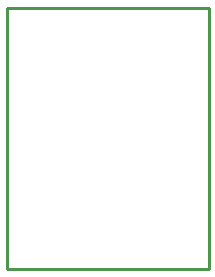
<source format=gko>
G75*
G70*
%OFA0B0*%
%FSLAX24Y24*%
%IPPOS*%
%LPD*%
%AMOC8*
5,1,8,0,0,1.08239X$1,22.5*
%
%ADD10C,0.0100*%
D10*
X000150Y000150D02*
X000150Y008850D01*
X006892Y008850D01*
X006892Y000150D01*
X000150Y000150D01*
M02*

</source>
